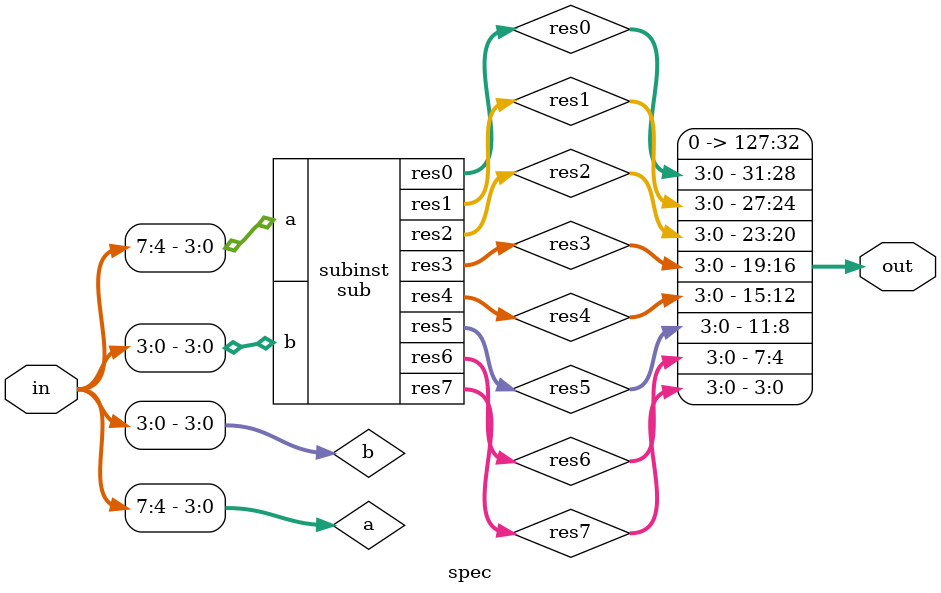
<source format=sv>

module sub (input logic [3:0] a,
	    input logic [3:0] b,
	    output logic [3:0] res0,
	    output logic [3:0] res1,
	    output logic [3:0] res2,
	    output logic [3:0] res3,
	    output logic [3:0] res4,
	    output logic [3:0] res5,
	    output logic [3:0] res6,
	    output logic [3:0] res7);

   assign res0 = a & b;
   assign res1 = a | b;
   assign res2 = a ^ b;
   assign res3 = a << b;
   assign res4 = a >> b;
   assign res5 = a + b;
   assign res6 = a - b;
   assign res7 = a ~^ b;


endmodule // sub

module spec (input logic [127:0] in,
	     output logic [127:0] out);

  logic [3:0] a;
  logic [3:0] b;
  logic [3:0] res0;
  logic [3:0] res1;
  logic [3:0] res2;
  logic [3:0] res3;
  logic [3:0] res4;
  logic [3:0] res5;
  logic [3:0] res6;
  logic [3:0] res7;

   assign {a, b} = in;
   assign out = {res0, res1, res2, res3, res4, res5, res6, res7};

   sub subinst (.*);

endmodule // spec

</source>
